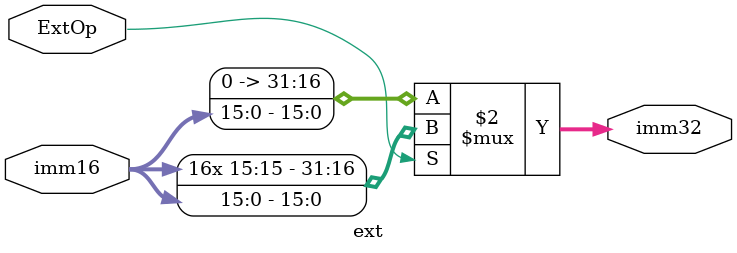
<source format=v>
module ext(imm16,imm32,ExtOp);
input [15:0] imm16;
output [31:0] imm32;
input ExtOp;
assign imm32=(ExtOp==1)?{{16{imm16[15]}},imm16}:{16'b0,imm16};
endmodule

</source>
